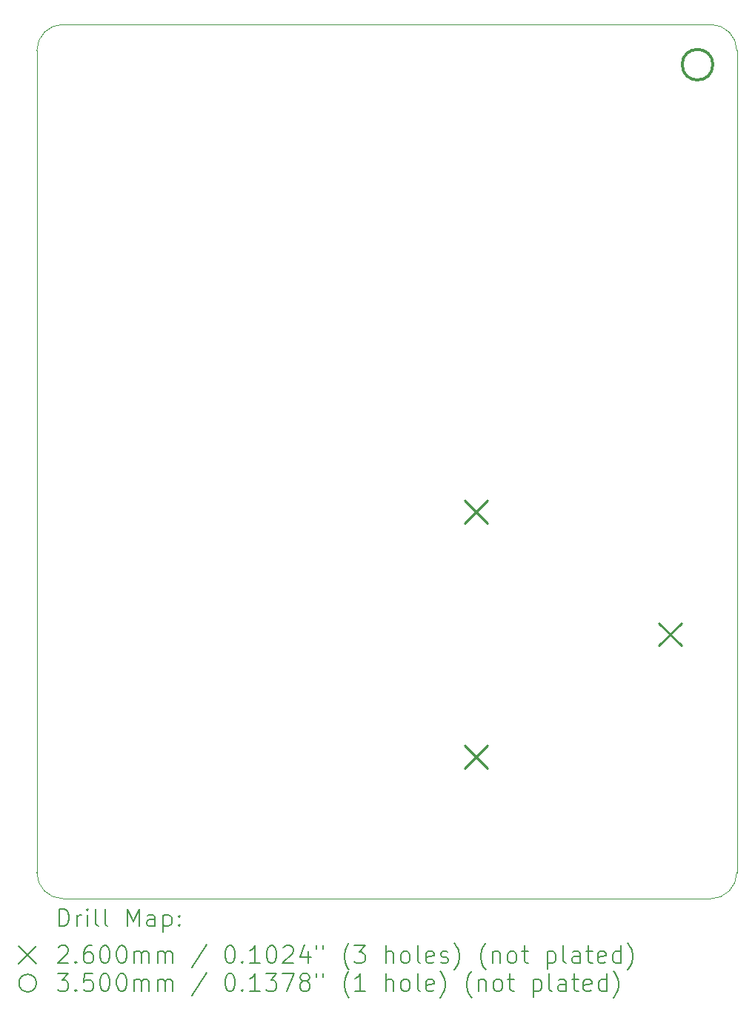
<source format=gbr>
%TF.GenerationSoftware,KiCad,Pcbnew,7.0.6*%
%TF.CreationDate,2023-07-29T04:39:19-03:00*%
%TF.ProjectId,OpenLabGeniosNano_V1,4f70656e-4c61-4624-9765-6e696f734e61,V1.0*%
%TF.SameCoordinates,Original*%
%TF.FileFunction,Drillmap*%
%TF.FilePolarity,Positive*%
%FSLAX45Y45*%
G04 Gerber Fmt 4.5, Leading zero omitted, Abs format (unit mm)*
G04 Created by KiCad (PCBNEW 7.0.6) date 2023-07-29 04:39:19*
%MOMM*%
%LPD*%
G01*
G04 APERTURE LIST*
%ADD10C,0.100000*%
%ADD11C,0.200000*%
%ADD12C,0.260000*%
%ADD13C,0.350000*%
G04 APERTURE END LIST*
D10*
X15086000Y-2934000D02*
G75*
G03*
X14786000Y-2634000I-300000J0D01*
G01*
X14786000Y-2634000D02*
X7386000Y-2634000D01*
X14786000Y-12634000D02*
G75*
G03*
X15086000Y-12334000I0J300000D01*
G01*
X7086000Y-2934000D02*
X7086000Y-12334000D01*
X7386000Y-2634000D02*
G75*
G03*
X7086000Y-2934000I0J-300000D01*
G01*
X15086000Y-12334000D02*
X15086000Y-2934000D01*
X7386000Y-12634000D02*
X14786000Y-12634000D01*
X7086000Y-12334000D02*
G75*
G03*
X7386000Y-12634000I300000J0D01*
G01*
D11*
D12*
X11975000Y-8080000D02*
X12235000Y-8340000D01*
X12235000Y-8080000D02*
X11975000Y-8340000D01*
X11975000Y-10880000D02*
X12235000Y-11140000D01*
X12235000Y-10880000D02*
X11975000Y-11140000D01*
X14195000Y-9480000D02*
X14455000Y-9740000D01*
X14455000Y-9480000D02*
X14195000Y-9740000D01*
D13*
X14811000Y-3094000D02*
G75*
G03*
X14811000Y-3094000I-175000J0D01*
G01*
D11*
X7341777Y-12950484D02*
X7341777Y-12750484D01*
X7341777Y-12750484D02*
X7389396Y-12750484D01*
X7389396Y-12750484D02*
X7417967Y-12760008D01*
X7417967Y-12760008D02*
X7437015Y-12779055D01*
X7437015Y-12779055D02*
X7446539Y-12798103D01*
X7446539Y-12798103D02*
X7456062Y-12836198D01*
X7456062Y-12836198D02*
X7456062Y-12864769D01*
X7456062Y-12864769D02*
X7446539Y-12902865D01*
X7446539Y-12902865D02*
X7437015Y-12921912D01*
X7437015Y-12921912D02*
X7417967Y-12940960D01*
X7417967Y-12940960D02*
X7389396Y-12950484D01*
X7389396Y-12950484D02*
X7341777Y-12950484D01*
X7541777Y-12950484D02*
X7541777Y-12817150D01*
X7541777Y-12855246D02*
X7551301Y-12836198D01*
X7551301Y-12836198D02*
X7560824Y-12826674D01*
X7560824Y-12826674D02*
X7579872Y-12817150D01*
X7579872Y-12817150D02*
X7598920Y-12817150D01*
X7665586Y-12950484D02*
X7665586Y-12817150D01*
X7665586Y-12750484D02*
X7656062Y-12760008D01*
X7656062Y-12760008D02*
X7665586Y-12769531D01*
X7665586Y-12769531D02*
X7675110Y-12760008D01*
X7675110Y-12760008D02*
X7665586Y-12750484D01*
X7665586Y-12750484D02*
X7665586Y-12769531D01*
X7789396Y-12950484D02*
X7770348Y-12940960D01*
X7770348Y-12940960D02*
X7760824Y-12921912D01*
X7760824Y-12921912D02*
X7760824Y-12750484D01*
X7894158Y-12950484D02*
X7875110Y-12940960D01*
X7875110Y-12940960D02*
X7865586Y-12921912D01*
X7865586Y-12921912D02*
X7865586Y-12750484D01*
X8122729Y-12950484D02*
X8122729Y-12750484D01*
X8122729Y-12750484D02*
X8189396Y-12893341D01*
X8189396Y-12893341D02*
X8256062Y-12750484D01*
X8256062Y-12750484D02*
X8256062Y-12950484D01*
X8437015Y-12950484D02*
X8437015Y-12845722D01*
X8437015Y-12845722D02*
X8427491Y-12826674D01*
X8427491Y-12826674D02*
X8408444Y-12817150D01*
X8408444Y-12817150D02*
X8370348Y-12817150D01*
X8370348Y-12817150D02*
X8351301Y-12826674D01*
X8437015Y-12940960D02*
X8417967Y-12950484D01*
X8417967Y-12950484D02*
X8370348Y-12950484D01*
X8370348Y-12950484D02*
X8351301Y-12940960D01*
X8351301Y-12940960D02*
X8341777Y-12921912D01*
X8341777Y-12921912D02*
X8341777Y-12902865D01*
X8341777Y-12902865D02*
X8351301Y-12883817D01*
X8351301Y-12883817D02*
X8370348Y-12874293D01*
X8370348Y-12874293D02*
X8417967Y-12874293D01*
X8417967Y-12874293D02*
X8437015Y-12864769D01*
X8532253Y-12817150D02*
X8532253Y-13017150D01*
X8532253Y-12826674D02*
X8551301Y-12817150D01*
X8551301Y-12817150D02*
X8589396Y-12817150D01*
X8589396Y-12817150D02*
X8608444Y-12826674D01*
X8608444Y-12826674D02*
X8617967Y-12836198D01*
X8617967Y-12836198D02*
X8627491Y-12855246D01*
X8627491Y-12855246D02*
X8627491Y-12912388D01*
X8627491Y-12912388D02*
X8617967Y-12931436D01*
X8617967Y-12931436D02*
X8608444Y-12940960D01*
X8608444Y-12940960D02*
X8589396Y-12950484D01*
X8589396Y-12950484D02*
X8551301Y-12950484D01*
X8551301Y-12950484D02*
X8532253Y-12940960D01*
X8713205Y-12931436D02*
X8722729Y-12940960D01*
X8722729Y-12940960D02*
X8713205Y-12950484D01*
X8713205Y-12950484D02*
X8703682Y-12940960D01*
X8703682Y-12940960D02*
X8713205Y-12931436D01*
X8713205Y-12931436D02*
X8713205Y-12950484D01*
X8713205Y-12826674D02*
X8722729Y-12836198D01*
X8722729Y-12836198D02*
X8713205Y-12845722D01*
X8713205Y-12845722D02*
X8703682Y-12836198D01*
X8703682Y-12836198D02*
X8713205Y-12826674D01*
X8713205Y-12826674D02*
X8713205Y-12845722D01*
X6881000Y-13179000D02*
X7081000Y-13379000D01*
X7081000Y-13179000D02*
X6881000Y-13379000D01*
X7332253Y-13189531D02*
X7341777Y-13180008D01*
X7341777Y-13180008D02*
X7360824Y-13170484D01*
X7360824Y-13170484D02*
X7408443Y-13170484D01*
X7408443Y-13170484D02*
X7427491Y-13180008D01*
X7427491Y-13180008D02*
X7437015Y-13189531D01*
X7437015Y-13189531D02*
X7446539Y-13208579D01*
X7446539Y-13208579D02*
X7446539Y-13227627D01*
X7446539Y-13227627D02*
X7437015Y-13256198D01*
X7437015Y-13256198D02*
X7322729Y-13370484D01*
X7322729Y-13370484D02*
X7446539Y-13370484D01*
X7532253Y-13351436D02*
X7541777Y-13360960D01*
X7541777Y-13360960D02*
X7532253Y-13370484D01*
X7532253Y-13370484D02*
X7522729Y-13360960D01*
X7522729Y-13360960D02*
X7532253Y-13351436D01*
X7532253Y-13351436D02*
X7532253Y-13370484D01*
X7713205Y-13170484D02*
X7675110Y-13170484D01*
X7675110Y-13170484D02*
X7656062Y-13180008D01*
X7656062Y-13180008D02*
X7646539Y-13189531D01*
X7646539Y-13189531D02*
X7627491Y-13218103D01*
X7627491Y-13218103D02*
X7617967Y-13256198D01*
X7617967Y-13256198D02*
X7617967Y-13332388D01*
X7617967Y-13332388D02*
X7627491Y-13351436D01*
X7627491Y-13351436D02*
X7637015Y-13360960D01*
X7637015Y-13360960D02*
X7656062Y-13370484D01*
X7656062Y-13370484D02*
X7694158Y-13370484D01*
X7694158Y-13370484D02*
X7713205Y-13360960D01*
X7713205Y-13360960D02*
X7722729Y-13351436D01*
X7722729Y-13351436D02*
X7732253Y-13332388D01*
X7732253Y-13332388D02*
X7732253Y-13284769D01*
X7732253Y-13284769D02*
X7722729Y-13265722D01*
X7722729Y-13265722D02*
X7713205Y-13256198D01*
X7713205Y-13256198D02*
X7694158Y-13246674D01*
X7694158Y-13246674D02*
X7656062Y-13246674D01*
X7656062Y-13246674D02*
X7637015Y-13256198D01*
X7637015Y-13256198D02*
X7627491Y-13265722D01*
X7627491Y-13265722D02*
X7617967Y-13284769D01*
X7856062Y-13170484D02*
X7875110Y-13170484D01*
X7875110Y-13170484D02*
X7894158Y-13180008D01*
X7894158Y-13180008D02*
X7903682Y-13189531D01*
X7903682Y-13189531D02*
X7913205Y-13208579D01*
X7913205Y-13208579D02*
X7922729Y-13246674D01*
X7922729Y-13246674D02*
X7922729Y-13294293D01*
X7922729Y-13294293D02*
X7913205Y-13332388D01*
X7913205Y-13332388D02*
X7903682Y-13351436D01*
X7903682Y-13351436D02*
X7894158Y-13360960D01*
X7894158Y-13360960D02*
X7875110Y-13370484D01*
X7875110Y-13370484D02*
X7856062Y-13370484D01*
X7856062Y-13370484D02*
X7837015Y-13360960D01*
X7837015Y-13360960D02*
X7827491Y-13351436D01*
X7827491Y-13351436D02*
X7817967Y-13332388D01*
X7817967Y-13332388D02*
X7808443Y-13294293D01*
X7808443Y-13294293D02*
X7808443Y-13246674D01*
X7808443Y-13246674D02*
X7817967Y-13208579D01*
X7817967Y-13208579D02*
X7827491Y-13189531D01*
X7827491Y-13189531D02*
X7837015Y-13180008D01*
X7837015Y-13180008D02*
X7856062Y-13170484D01*
X8046539Y-13170484D02*
X8065586Y-13170484D01*
X8065586Y-13170484D02*
X8084634Y-13180008D01*
X8084634Y-13180008D02*
X8094158Y-13189531D01*
X8094158Y-13189531D02*
X8103682Y-13208579D01*
X8103682Y-13208579D02*
X8113205Y-13246674D01*
X8113205Y-13246674D02*
X8113205Y-13294293D01*
X8113205Y-13294293D02*
X8103682Y-13332388D01*
X8103682Y-13332388D02*
X8094158Y-13351436D01*
X8094158Y-13351436D02*
X8084634Y-13360960D01*
X8084634Y-13360960D02*
X8065586Y-13370484D01*
X8065586Y-13370484D02*
X8046539Y-13370484D01*
X8046539Y-13370484D02*
X8027491Y-13360960D01*
X8027491Y-13360960D02*
X8017967Y-13351436D01*
X8017967Y-13351436D02*
X8008443Y-13332388D01*
X8008443Y-13332388D02*
X7998920Y-13294293D01*
X7998920Y-13294293D02*
X7998920Y-13246674D01*
X7998920Y-13246674D02*
X8008443Y-13208579D01*
X8008443Y-13208579D02*
X8017967Y-13189531D01*
X8017967Y-13189531D02*
X8027491Y-13180008D01*
X8027491Y-13180008D02*
X8046539Y-13170484D01*
X8198920Y-13370484D02*
X8198920Y-13237150D01*
X8198920Y-13256198D02*
X8208443Y-13246674D01*
X8208443Y-13246674D02*
X8227491Y-13237150D01*
X8227491Y-13237150D02*
X8256063Y-13237150D01*
X8256063Y-13237150D02*
X8275110Y-13246674D01*
X8275110Y-13246674D02*
X8284634Y-13265722D01*
X8284634Y-13265722D02*
X8284634Y-13370484D01*
X8284634Y-13265722D02*
X8294158Y-13246674D01*
X8294158Y-13246674D02*
X8313205Y-13237150D01*
X8313205Y-13237150D02*
X8341777Y-13237150D01*
X8341777Y-13237150D02*
X8360824Y-13246674D01*
X8360824Y-13246674D02*
X8370348Y-13265722D01*
X8370348Y-13265722D02*
X8370348Y-13370484D01*
X8465586Y-13370484D02*
X8465586Y-13237150D01*
X8465586Y-13256198D02*
X8475110Y-13246674D01*
X8475110Y-13246674D02*
X8494158Y-13237150D01*
X8494158Y-13237150D02*
X8522729Y-13237150D01*
X8522729Y-13237150D02*
X8541777Y-13246674D01*
X8541777Y-13246674D02*
X8551301Y-13265722D01*
X8551301Y-13265722D02*
X8551301Y-13370484D01*
X8551301Y-13265722D02*
X8560825Y-13246674D01*
X8560825Y-13246674D02*
X8579872Y-13237150D01*
X8579872Y-13237150D02*
X8608444Y-13237150D01*
X8608444Y-13237150D02*
X8627491Y-13246674D01*
X8627491Y-13246674D02*
X8637015Y-13265722D01*
X8637015Y-13265722D02*
X8637015Y-13370484D01*
X9027491Y-13160960D02*
X8856063Y-13418103D01*
X9284634Y-13170484D02*
X9303682Y-13170484D01*
X9303682Y-13170484D02*
X9322729Y-13180008D01*
X9322729Y-13180008D02*
X9332253Y-13189531D01*
X9332253Y-13189531D02*
X9341777Y-13208579D01*
X9341777Y-13208579D02*
X9351301Y-13246674D01*
X9351301Y-13246674D02*
X9351301Y-13294293D01*
X9351301Y-13294293D02*
X9341777Y-13332388D01*
X9341777Y-13332388D02*
X9332253Y-13351436D01*
X9332253Y-13351436D02*
X9322729Y-13360960D01*
X9322729Y-13360960D02*
X9303682Y-13370484D01*
X9303682Y-13370484D02*
X9284634Y-13370484D01*
X9284634Y-13370484D02*
X9265587Y-13360960D01*
X9265587Y-13360960D02*
X9256063Y-13351436D01*
X9256063Y-13351436D02*
X9246539Y-13332388D01*
X9246539Y-13332388D02*
X9237015Y-13294293D01*
X9237015Y-13294293D02*
X9237015Y-13246674D01*
X9237015Y-13246674D02*
X9246539Y-13208579D01*
X9246539Y-13208579D02*
X9256063Y-13189531D01*
X9256063Y-13189531D02*
X9265587Y-13180008D01*
X9265587Y-13180008D02*
X9284634Y-13170484D01*
X9437015Y-13351436D02*
X9446539Y-13360960D01*
X9446539Y-13360960D02*
X9437015Y-13370484D01*
X9437015Y-13370484D02*
X9427491Y-13360960D01*
X9427491Y-13360960D02*
X9437015Y-13351436D01*
X9437015Y-13351436D02*
X9437015Y-13370484D01*
X9637015Y-13370484D02*
X9522729Y-13370484D01*
X9579872Y-13370484D02*
X9579872Y-13170484D01*
X9579872Y-13170484D02*
X9560825Y-13199055D01*
X9560825Y-13199055D02*
X9541777Y-13218103D01*
X9541777Y-13218103D02*
X9522729Y-13227627D01*
X9760825Y-13170484D02*
X9779872Y-13170484D01*
X9779872Y-13170484D02*
X9798920Y-13180008D01*
X9798920Y-13180008D02*
X9808444Y-13189531D01*
X9808444Y-13189531D02*
X9817968Y-13208579D01*
X9817968Y-13208579D02*
X9827491Y-13246674D01*
X9827491Y-13246674D02*
X9827491Y-13294293D01*
X9827491Y-13294293D02*
X9817968Y-13332388D01*
X9817968Y-13332388D02*
X9808444Y-13351436D01*
X9808444Y-13351436D02*
X9798920Y-13360960D01*
X9798920Y-13360960D02*
X9779872Y-13370484D01*
X9779872Y-13370484D02*
X9760825Y-13370484D01*
X9760825Y-13370484D02*
X9741777Y-13360960D01*
X9741777Y-13360960D02*
X9732253Y-13351436D01*
X9732253Y-13351436D02*
X9722729Y-13332388D01*
X9722729Y-13332388D02*
X9713206Y-13294293D01*
X9713206Y-13294293D02*
X9713206Y-13246674D01*
X9713206Y-13246674D02*
X9722729Y-13208579D01*
X9722729Y-13208579D02*
X9732253Y-13189531D01*
X9732253Y-13189531D02*
X9741777Y-13180008D01*
X9741777Y-13180008D02*
X9760825Y-13170484D01*
X9903682Y-13189531D02*
X9913206Y-13180008D01*
X9913206Y-13180008D02*
X9932253Y-13170484D01*
X9932253Y-13170484D02*
X9979872Y-13170484D01*
X9979872Y-13170484D02*
X9998920Y-13180008D01*
X9998920Y-13180008D02*
X10008444Y-13189531D01*
X10008444Y-13189531D02*
X10017968Y-13208579D01*
X10017968Y-13208579D02*
X10017968Y-13227627D01*
X10017968Y-13227627D02*
X10008444Y-13256198D01*
X10008444Y-13256198D02*
X9894158Y-13370484D01*
X9894158Y-13370484D02*
X10017968Y-13370484D01*
X10189396Y-13237150D02*
X10189396Y-13370484D01*
X10141777Y-13160960D02*
X10094158Y-13303817D01*
X10094158Y-13303817D02*
X10217968Y-13303817D01*
X10284634Y-13170484D02*
X10284634Y-13208579D01*
X10360825Y-13170484D02*
X10360825Y-13208579D01*
X10656063Y-13446674D02*
X10646539Y-13437150D01*
X10646539Y-13437150D02*
X10627491Y-13408579D01*
X10627491Y-13408579D02*
X10617968Y-13389531D01*
X10617968Y-13389531D02*
X10608444Y-13360960D01*
X10608444Y-13360960D02*
X10598920Y-13313341D01*
X10598920Y-13313341D02*
X10598920Y-13275246D01*
X10598920Y-13275246D02*
X10608444Y-13227627D01*
X10608444Y-13227627D02*
X10617968Y-13199055D01*
X10617968Y-13199055D02*
X10627491Y-13180008D01*
X10627491Y-13180008D02*
X10646539Y-13151436D01*
X10646539Y-13151436D02*
X10656063Y-13141912D01*
X10713206Y-13170484D02*
X10837015Y-13170484D01*
X10837015Y-13170484D02*
X10770349Y-13246674D01*
X10770349Y-13246674D02*
X10798920Y-13246674D01*
X10798920Y-13246674D02*
X10817968Y-13256198D01*
X10817968Y-13256198D02*
X10827491Y-13265722D01*
X10827491Y-13265722D02*
X10837015Y-13284769D01*
X10837015Y-13284769D02*
X10837015Y-13332388D01*
X10837015Y-13332388D02*
X10827491Y-13351436D01*
X10827491Y-13351436D02*
X10817968Y-13360960D01*
X10817968Y-13360960D02*
X10798920Y-13370484D01*
X10798920Y-13370484D02*
X10741777Y-13370484D01*
X10741777Y-13370484D02*
X10722730Y-13360960D01*
X10722730Y-13360960D02*
X10713206Y-13351436D01*
X11075111Y-13370484D02*
X11075111Y-13170484D01*
X11160825Y-13370484D02*
X11160825Y-13265722D01*
X11160825Y-13265722D02*
X11151301Y-13246674D01*
X11151301Y-13246674D02*
X11132253Y-13237150D01*
X11132253Y-13237150D02*
X11103682Y-13237150D01*
X11103682Y-13237150D02*
X11084634Y-13246674D01*
X11084634Y-13246674D02*
X11075111Y-13256198D01*
X11284634Y-13370484D02*
X11265587Y-13360960D01*
X11265587Y-13360960D02*
X11256063Y-13351436D01*
X11256063Y-13351436D02*
X11246539Y-13332388D01*
X11246539Y-13332388D02*
X11246539Y-13275246D01*
X11246539Y-13275246D02*
X11256063Y-13256198D01*
X11256063Y-13256198D02*
X11265587Y-13246674D01*
X11265587Y-13246674D02*
X11284634Y-13237150D01*
X11284634Y-13237150D02*
X11313206Y-13237150D01*
X11313206Y-13237150D02*
X11332253Y-13246674D01*
X11332253Y-13246674D02*
X11341777Y-13256198D01*
X11341777Y-13256198D02*
X11351301Y-13275246D01*
X11351301Y-13275246D02*
X11351301Y-13332388D01*
X11351301Y-13332388D02*
X11341777Y-13351436D01*
X11341777Y-13351436D02*
X11332253Y-13360960D01*
X11332253Y-13360960D02*
X11313206Y-13370484D01*
X11313206Y-13370484D02*
X11284634Y-13370484D01*
X11465587Y-13370484D02*
X11446539Y-13360960D01*
X11446539Y-13360960D02*
X11437015Y-13341912D01*
X11437015Y-13341912D02*
X11437015Y-13170484D01*
X11617968Y-13360960D02*
X11598920Y-13370484D01*
X11598920Y-13370484D02*
X11560825Y-13370484D01*
X11560825Y-13370484D02*
X11541777Y-13360960D01*
X11541777Y-13360960D02*
X11532253Y-13341912D01*
X11532253Y-13341912D02*
X11532253Y-13265722D01*
X11532253Y-13265722D02*
X11541777Y-13246674D01*
X11541777Y-13246674D02*
X11560825Y-13237150D01*
X11560825Y-13237150D02*
X11598920Y-13237150D01*
X11598920Y-13237150D02*
X11617968Y-13246674D01*
X11617968Y-13246674D02*
X11627491Y-13265722D01*
X11627491Y-13265722D02*
X11627491Y-13284769D01*
X11627491Y-13284769D02*
X11532253Y-13303817D01*
X11703682Y-13360960D02*
X11722730Y-13370484D01*
X11722730Y-13370484D02*
X11760825Y-13370484D01*
X11760825Y-13370484D02*
X11779872Y-13360960D01*
X11779872Y-13360960D02*
X11789396Y-13341912D01*
X11789396Y-13341912D02*
X11789396Y-13332388D01*
X11789396Y-13332388D02*
X11779872Y-13313341D01*
X11779872Y-13313341D02*
X11760825Y-13303817D01*
X11760825Y-13303817D02*
X11732253Y-13303817D01*
X11732253Y-13303817D02*
X11713206Y-13294293D01*
X11713206Y-13294293D02*
X11703682Y-13275246D01*
X11703682Y-13275246D02*
X11703682Y-13265722D01*
X11703682Y-13265722D02*
X11713206Y-13246674D01*
X11713206Y-13246674D02*
X11732253Y-13237150D01*
X11732253Y-13237150D02*
X11760825Y-13237150D01*
X11760825Y-13237150D02*
X11779872Y-13246674D01*
X11856063Y-13446674D02*
X11865587Y-13437150D01*
X11865587Y-13437150D02*
X11884634Y-13408579D01*
X11884634Y-13408579D02*
X11894158Y-13389531D01*
X11894158Y-13389531D02*
X11903682Y-13360960D01*
X11903682Y-13360960D02*
X11913206Y-13313341D01*
X11913206Y-13313341D02*
X11913206Y-13275246D01*
X11913206Y-13275246D02*
X11903682Y-13227627D01*
X11903682Y-13227627D02*
X11894158Y-13199055D01*
X11894158Y-13199055D02*
X11884634Y-13180008D01*
X11884634Y-13180008D02*
X11865587Y-13151436D01*
X11865587Y-13151436D02*
X11856063Y-13141912D01*
X12217968Y-13446674D02*
X12208444Y-13437150D01*
X12208444Y-13437150D02*
X12189396Y-13408579D01*
X12189396Y-13408579D02*
X12179872Y-13389531D01*
X12179872Y-13389531D02*
X12170349Y-13360960D01*
X12170349Y-13360960D02*
X12160825Y-13313341D01*
X12160825Y-13313341D02*
X12160825Y-13275246D01*
X12160825Y-13275246D02*
X12170349Y-13227627D01*
X12170349Y-13227627D02*
X12179872Y-13199055D01*
X12179872Y-13199055D02*
X12189396Y-13180008D01*
X12189396Y-13180008D02*
X12208444Y-13151436D01*
X12208444Y-13151436D02*
X12217968Y-13141912D01*
X12294158Y-13237150D02*
X12294158Y-13370484D01*
X12294158Y-13256198D02*
X12303682Y-13246674D01*
X12303682Y-13246674D02*
X12322730Y-13237150D01*
X12322730Y-13237150D02*
X12351301Y-13237150D01*
X12351301Y-13237150D02*
X12370349Y-13246674D01*
X12370349Y-13246674D02*
X12379872Y-13265722D01*
X12379872Y-13265722D02*
X12379872Y-13370484D01*
X12503682Y-13370484D02*
X12484634Y-13360960D01*
X12484634Y-13360960D02*
X12475111Y-13351436D01*
X12475111Y-13351436D02*
X12465587Y-13332388D01*
X12465587Y-13332388D02*
X12465587Y-13275246D01*
X12465587Y-13275246D02*
X12475111Y-13256198D01*
X12475111Y-13256198D02*
X12484634Y-13246674D01*
X12484634Y-13246674D02*
X12503682Y-13237150D01*
X12503682Y-13237150D02*
X12532253Y-13237150D01*
X12532253Y-13237150D02*
X12551301Y-13246674D01*
X12551301Y-13246674D02*
X12560825Y-13256198D01*
X12560825Y-13256198D02*
X12570349Y-13275246D01*
X12570349Y-13275246D02*
X12570349Y-13332388D01*
X12570349Y-13332388D02*
X12560825Y-13351436D01*
X12560825Y-13351436D02*
X12551301Y-13360960D01*
X12551301Y-13360960D02*
X12532253Y-13370484D01*
X12532253Y-13370484D02*
X12503682Y-13370484D01*
X12627492Y-13237150D02*
X12703682Y-13237150D01*
X12656063Y-13170484D02*
X12656063Y-13341912D01*
X12656063Y-13341912D02*
X12665587Y-13360960D01*
X12665587Y-13360960D02*
X12684634Y-13370484D01*
X12684634Y-13370484D02*
X12703682Y-13370484D01*
X12922730Y-13237150D02*
X12922730Y-13437150D01*
X12922730Y-13246674D02*
X12941777Y-13237150D01*
X12941777Y-13237150D02*
X12979873Y-13237150D01*
X12979873Y-13237150D02*
X12998920Y-13246674D01*
X12998920Y-13246674D02*
X13008444Y-13256198D01*
X13008444Y-13256198D02*
X13017968Y-13275246D01*
X13017968Y-13275246D02*
X13017968Y-13332388D01*
X13017968Y-13332388D02*
X13008444Y-13351436D01*
X13008444Y-13351436D02*
X12998920Y-13360960D01*
X12998920Y-13360960D02*
X12979873Y-13370484D01*
X12979873Y-13370484D02*
X12941777Y-13370484D01*
X12941777Y-13370484D02*
X12922730Y-13360960D01*
X13132253Y-13370484D02*
X13113206Y-13360960D01*
X13113206Y-13360960D02*
X13103682Y-13341912D01*
X13103682Y-13341912D02*
X13103682Y-13170484D01*
X13294158Y-13370484D02*
X13294158Y-13265722D01*
X13294158Y-13265722D02*
X13284634Y-13246674D01*
X13284634Y-13246674D02*
X13265587Y-13237150D01*
X13265587Y-13237150D02*
X13227492Y-13237150D01*
X13227492Y-13237150D02*
X13208444Y-13246674D01*
X13294158Y-13360960D02*
X13275111Y-13370484D01*
X13275111Y-13370484D02*
X13227492Y-13370484D01*
X13227492Y-13370484D02*
X13208444Y-13360960D01*
X13208444Y-13360960D02*
X13198920Y-13341912D01*
X13198920Y-13341912D02*
X13198920Y-13322865D01*
X13198920Y-13322865D02*
X13208444Y-13303817D01*
X13208444Y-13303817D02*
X13227492Y-13294293D01*
X13227492Y-13294293D02*
X13275111Y-13294293D01*
X13275111Y-13294293D02*
X13294158Y-13284769D01*
X13360825Y-13237150D02*
X13437015Y-13237150D01*
X13389396Y-13170484D02*
X13389396Y-13341912D01*
X13389396Y-13341912D02*
X13398920Y-13360960D01*
X13398920Y-13360960D02*
X13417968Y-13370484D01*
X13417968Y-13370484D02*
X13437015Y-13370484D01*
X13579873Y-13360960D02*
X13560825Y-13370484D01*
X13560825Y-13370484D02*
X13522730Y-13370484D01*
X13522730Y-13370484D02*
X13503682Y-13360960D01*
X13503682Y-13360960D02*
X13494158Y-13341912D01*
X13494158Y-13341912D02*
X13494158Y-13265722D01*
X13494158Y-13265722D02*
X13503682Y-13246674D01*
X13503682Y-13246674D02*
X13522730Y-13237150D01*
X13522730Y-13237150D02*
X13560825Y-13237150D01*
X13560825Y-13237150D02*
X13579873Y-13246674D01*
X13579873Y-13246674D02*
X13589396Y-13265722D01*
X13589396Y-13265722D02*
X13589396Y-13284769D01*
X13589396Y-13284769D02*
X13494158Y-13303817D01*
X13760825Y-13370484D02*
X13760825Y-13170484D01*
X13760825Y-13360960D02*
X13741777Y-13370484D01*
X13741777Y-13370484D02*
X13703682Y-13370484D01*
X13703682Y-13370484D02*
X13684634Y-13360960D01*
X13684634Y-13360960D02*
X13675111Y-13351436D01*
X13675111Y-13351436D02*
X13665587Y-13332388D01*
X13665587Y-13332388D02*
X13665587Y-13275246D01*
X13665587Y-13275246D02*
X13675111Y-13256198D01*
X13675111Y-13256198D02*
X13684634Y-13246674D01*
X13684634Y-13246674D02*
X13703682Y-13237150D01*
X13703682Y-13237150D02*
X13741777Y-13237150D01*
X13741777Y-13237150D02*
X13760825Y-13246674D01*
X13837015Y-13446674D02*
X13846539Y-13437150D01*
X13846539Y-13437150D02*
X13865587Y-13408579D01*
X13865587Y-13408579D02*
X13875111Y-13389531D01*
X13875111Y-13389531D02*
X13884634Y-13360960D01*
X13884634Y-13360960D02*
X13894158Y-13313341D01*
X13894158Y-13313341D02*
X13894158Y-13275246D01*
X13894158Y-13275246D02*
X13884634Y-13227627D01*
X13884634Y-13227627D02*
X13875111Y-13199055D01*
X13875111Y-13199055D02*
X13865587Y-13180008D01*
X13865587Y-13180008D02*
X13846539Y-13151436D01*
X13846539Y-13151436D02*
X13837015Y-13141912D01*
X7081000Y-13599000D02*
G75*
G03*
X7081000Y-13599000I-100000J0D01*
G01*
X7322729Y-13490484D02*
X7446539Y-13490484D01*
X7446539Y-13490484D02*
X7379872Y-13566674D01*
X7379872Y-13566674D02*
X7408443Y-13566674D01*
X7408443Y-13566674D02*
X7427491Y-13576198D01*
X7427491Y-13576198D02*
X7437015Y-13585722D01*
X7437015Y-13585722D02*
X7446539Y-13604769D01*
X7446539Y-13604769D02*
X7446539Y-13652388D01*
X7446539Y-13652388D02*
X7437015Y-13671436D01*
X7437015Y-13671436D02*
X7427491Y-13680960D01*
X7427491Y-13680960D02*
X7408443Y-13690484D01*
X7408443Y-13690484D02*
X7351301Y-13690484D01*
X7351301Y-13690484D02*
X7332253Y-13680960D01*
X7332253Y-13680960D02*
X7322729Y-13671436D01*
X7532253Y-13671436D02*
X7541777Y-13680960D01*
X7541777Y-13680960D02*
X7532253Y-13690484D01*
X7532253Y-13690484D02*
X7522729Y-13680960D01*
X7522729Y-13680960D02*
X7532253Y-13671436D01*
X7532253Y-13671436D02*
X7532253Y-13690484D01*
X7722729Y-13490484D02*
X7627491Y-13490484D01*
X7627491Y-13490484D02*
X7617967Y-13585722D01*
X7617967Y-13585722D02*
X7627491Y-13576198D01*
X7627491Y-13576198D02*
X7646539Y-13566674D01*
X7646539Y-13566674D02*
X7694158Y-13566674D01*
X7694158Y-13566674D02*
X7713205Y-13576198D01*
X7713205Y-13576198D02*
X7722729Y-13585722D01*
X7722729Y-13585722D02*
X7732253Y-13604769D01*
X7732253Y-13604769D02*
X7732253Y-13652388D01*
X7732253Y-13652388D02*
X7722729Y-13671436D01*
X7722729Y-13671436D02*
X7713205Y-13680960D01*
X7713205Y-13680960D02*
X7694158Y-13690484D01*
X7694158Y-13690484D02*
X7646539Y-13690484D01*
X7646539Y-13690484D02*
X7627491Y-13680960D01*
X7627491Y-13680960D02*
X7617967Y-13671436D01*
X7856062Y-13490484D02*
X7875110Y-13490484D01*
X7875110Y-13490484D02*
X7894158Y-13500008D01*
X7894158Y-13500008D02*
X7903682Y-13509531D01*
X7903682Y-13509531D02*
X7913205Y-13528579D01*
X7913205Y-13528579D02*
X7922729Y-13566674D01*
X7922729Y-13566674D02*
X7922729Y-13614293D01*
X7922729Y-13614293D02*
X7913205Y-13652388D01*
X7913205Y-13652388D02*
X7903682Y-13671436D01*
X7903682Y-13671436D02*
X7894158Y-13680960D01*
X7894158Y-13680960D02*
X7875110Y-13690484D01*
X7875110Y-13690484D02*
X7856062Y-13690484D01*
X7856062Y-13690484D02*
X7837015Y-13680960D01*
X7837015Y-13680960D02*
X7827491Y-13671436D01*
X7827491Y-13671436D02*
X7817967Y-13652388D01*
X7817967Y-13652388D02*
X7808443Y-13614293D01*
X7808443Y-13614293D02*
X7808443Y-13566674D01*
X7808443Y-13566674D02*
X7817967Y-13528579D01*
X7817967Y-13528579D02*
X7827491Y-13509531D01*
X7827491Y-13509531D02*
X7837015Y-13500008D01*
X7837015Y-13500008D02*
X7856062Y-13490484D01*
X8046539Y-13490484D02*
X8065586Y-13490484D01*
X8065586Y-13490484D02*
X8084634Y-13500008D01*
X8084634Y-13500008D02*
X8094158Y-13509531D01*
X8094158Y-13509531D02*
X8103682Y-13528579D01*
X8103682Y-13528579D02*
X8113205Y-13566674D01*
X8113205Y-13566674D02*
X8113205Y-13614293D01*
X8113205Y-13614293D02*
X8103682Y-13652388D01*
X8103682Y-13652388D02*
X8094158Y-13671436D01*
X8094158Y-13671436D02*
X8084634Y-13680960D01*
X8084634Y-13680960D02*
X8065586Y-13690484D01*
X8065586Y-13690484D02*
X8046539Y-13690484D01*
X8046539Y-13690484D02*
X8027491Y-13680960D01*
X8027491Y-13680960D02*
X8017967Y-13671436D01*
X8017967Y-13671436D02*
X8008443Y-13652388D01*
X8008443Y-13652388D02*
X7998920Y-13614293D01*
X7998920Y-13614293D02*
X7998920Y-13566674D01*
X7998920Y-13566674D02*
X8008443Y-13528579D01*
X8008443Y-13528579D02*
X8017967Y-13509531D01*
X8017967Y-13509531D02*
X8027491Y-13500008D01*
X8027491Y-13500008D02*
X8046539Y-13490484D01*
X8198920Y-13690484D02*
X8198920Y-13557150D01*
X8198920Y-13576198D02*
X8208443Y-13566674D01*
X8208443Y-13566674D02*
X8227491Y-13557150D01*
X8227491Y-13557150D02*
X8256063Y-13557150D01*
X8256063Y-13557150D02*
X8275110Y-13566674D01*
X8275110Y-13566674D02*
X8284634Y-13585722D01*
X8284634Y-13585722D02*
X8284634Y-13690484D01*
X8284634Y-13585722D02*
X8294158Y-13566674D01*
X8294158Y-13566674D02*
X8313205Y-13557150D01*
X8313205Y-13557150D02*
X8341777Y-13557150D01*
X8341777Y-13557150D02*
X8360824Y-13566674D01*
X8360824Y-13566674D02*
X8370348Y-13585722D01*
X8370348Y-13585722D02*
X8370348Y-13690484D01*
X8465586Y-13690484D02*
X8465586Y-13557150D01*
X8465586Y-13576198D02*
X8475110Y-13566674D01*
X8475110Y-13566674D02*
X8494158Y-13557150D01*
X8494158Y-13557150D02*
X8522729Y-13557150D01*
X8522729Y-13557150D02*
X8541777Y-13566674D01*
X8541777Y-13566674D02*
X8551301Y-13585722D01*
X8551301Y-13585722D02*
X8551301Y-13690484D01*
X8551301Y-13585722D02*
X8560825Y-13566674D01*
X8560825Y-13566674D02*
X8579872Y-13557150D01*
X8579872Y-13557150D02*
X8608444Y-13557150D01*
X8608444Y-13557150D02*
X8627491Y-13566674D01*
X8627491Y-13566674D02*
X8637015Y-13585722D01*
X8637015Y-13585722D02*
X8637015Y-13690484D01*
X9027491Y-13480960D02*
X8856063Y-13738103D01*
X9284634Y-13490484D02*
X9303682Y-13490484D01*
X9303682Y-13490484D02*
X9322729Y-13500008D01*
X9322729Y-13500008D02*
X9332253Y-13509531D01*
X9332253Y-13509531D02*
X9341777Y-13528579D01*
X9341777Y-13528579D02*
X9351301Y-13566674D01*
X9351301Y-13566674D02*
X9351301Y-13614293D01*
X9351301Y-13614293D02*
X9341777Y-13652388D01*
X9341777Y-13652388D02*
X9332253Y-13671436D01*
X9332253Y-13671436D02*
X9322729Y-13680960D01*
X9322729Y-13680960D02*
X9303682Y-13690484D01*
X9303682Y-13690484D02*
X9284634Y-13690484D01*
X9284634Y-13690484D02*
X9265587Y-13680960D01*
X9265587Y-13680960D02*
X9256063Y-13671436D01*
X9256063Y-13671436D02*
X9246539Y-13652388D01*
X9246539Y-13652388D02*
X9237015Y-13614293D01*
X9237015Y-13614293D02*
X9237015Y-13566674D01*
X9237015Y-13566674D02*
X9246539Y-13528579D01*
X9246539Y-13528579D02*
X9256063Y-13509531D01*
X9256063Y-13509531D02*
X9265587Y-13500008D01*
X9265587Y-13500008D02*
X9284634Y-13490484D01*
X9437015Y-13671436D02*
X9446539Y-13680960D01*
X9446539Y-13680960D02*
X9437015Y-13690484D01*
X9437015Y-13690484D02*
X9427491Y-13680960D01*
X9427491Y-13680960D02*
X9437015Y-13671436D01*
X9437015Y-13671436D02*
X9437015Y-13690484D01*
X9637015Y-13690484D02*
X9522729Y-13690484D01*
X9579872Y-13690484D02*
X9579872Y-13490484D01*
X9579872Y-13490484D02*
X9560825Y-13519055D01*
X9560825Y-13519055D02*
X9541777Y-13538103D01*
X9541777Y-13538103D02*
X9522729Y-13547627D01*
X9703682Y-13490484D02*
X9827491Y-13490484D01*
X9827491Y-13490484D02*
X9760825Y-13566674D01*
X9760825Y-13566674D02*
X9789396Y-13566674D01*
X9789396Y-13566674D02*
X9808444Y-13576198D01*
X9808444Y-13576198D02*
X9817968Y-13585722D01*
X9817968Y-13585722D02*
X9827491Y-13604769D01*
X9827491Y-13604769D02*
X9827491Y-13652388D01*
X9827491Y-13652388D02*
X9817968Y-13671436D01*
X9817968Y-13671436D02*
X9808444Y-13680960D01*
X9808444Y-13680960D02*
X9789396Y-13690484D01*
X9789396Y-13690484D02*
X9732253Y-13690484D01*
X9732253Y-13690484D02*
X9713206Y-13680960D01*
X9713206Y-13680960D02*
X9703682Y-13671436D01*
X9894158Y-13490484D02*
X10027491Y-13490484D01*
X10027491Y-13490484D02*
X9941777Y-13690484D01*
X10132253Y-13576198D02*
X10113206Y-13566674D01*
X10113206Y-13566674D02*
X10103682Y-13557150D01*
X10103682Y-13557150D02*
X10094158Y-13538103D01*
X10094158Y-13538103D02*
X10094158Y-13528579D01*
X10094158Y-13528579D02*
X10103682Y-13509531D01*
X10103682Y-13509531D02*
X10113206Y-13500008D01*
X10113206Y-13500008D02*
X10132253Y-13490484D01*
X10132253Y-13490484D02*
X10170349Y-13490484D01*
X10170349Y-13490484D02*
X10189396Y-13500008D01*
X10189396Y-13500008D02*
X10198920Y-13509531D01*
X10198920Y-13509531D02*
X10208444Y-13528579D01*
X10208444Y-13528579D02*
X10208444Y-13538103D01*
X10208444Y-13538103D02*
X10198920Y-13557150D01*
X10198920Y-13557150D02*
X10189396Y-13566674D01*
X10189396Y-13566674D02*
X10170349Y-13576198D01*
X10170349Y-13576198D02*
X10132253Y-13576198D01*
X10132253Y-13576198D02*
X10113206Y-13585722D01*
X10113206Y-13585722D02*
X10103682Y-13595246D01*
X10103682Y-13595246D02*
X10094158Y-13614293D01*
X10094158Y-13614293D02*
X10094158Y-13652388D01*
X10094158Y-13652388D02*
X10103682Y-13671436D01*
X10103682Y-13671436D02*
X10113206Y-13680960D01*
X10113206Y-13680960D02*
X10132253Y-13690484D01*
X10132253Y-13690484D02*
X10170349Y-13690484D01*
X10170349Y-13690484D02*
X10189396Y-13680960D01*
X10189396Y-13680960D02*
X10198920Y-13671436D01*
X10198920Y-13671436D02*
X10208444Y-13652388D01*
X10208444Y-13652388D02*
X10208444Y-13614293D01*
X10208444Y-13614293D02*
X10198920Y-13595246D01*
X10198920Y-13595246D02*
X10189396Y-13585722D01*
X10189396Y-13585722D02*
X10170349Y-13576198D01*
X10284634Y-13490484D02*
X10284634Y-13528579D01*
X10360825Y-13490484D02*
X10360825Y-13528579D01*
X10656063Y-13766674D02*
X10646539Y-13757150D01*
X10646539Y-13757150D02*
X10627491Y-13728579D01*
X10627491Y-13728579D02*
X10617968Y-13709531D01*
X10617968Y-13709531D02*
X10608444Y-13680960D01*
X10608444Y-13680960D02*
X10598920Y-13633341D01*
X10598920Y-13633341D02*
X10598920Y-13595246D01*
X10598920Y-13595246D02*
X10608444Y-13547627D01*
X10608444Y-13547627D02*
X10617968Y-13519055D01*
X10617968Y-13519055D02*
X10627491Y-13500008D01*
X10627491Y-13500008D02*
X10646539Y-13471436D01*
X10646539Y-13471436D02*
X10656063Y-13461912D01*
X10837015Y-13690484D02*
X10722730Y-13690484D01*
X10779872Y-13690484D02*
X10779872Y-13490484D01*
X10779872Y-13490484D02*
X10760825Y-13519055D01*
X10760825Y-13519055D02*
X10741777Y-13538103D01*
X10741777Y-13538103D02*
X10722730Y-13547627D01*
X11075111Y-13690484D02*
X11075111Y-13490484D01*
X11160825Y-13690484D02*
X11160825Y-13585722D01*
X11160825Y-13585722D02*
X11151301Y-13566674D01*
X11151301Y-13566674D02*
X11132253Y-13557150D01*
X11132253Y-13557150D02*
X11103682Y-13557150D01*
X11103682Y-13557150D02*
X11084634Y-13566674D01*
X11084634Y-13566674D02*
X11075111Y-13576198D01*
X11284634Y-13690484D02*
X11265587Y-13680960D01*
X11265587Y-13680960D02*
X11256063Y-13671436D01*
X11256063Y-13671436D02*
X11246539Y-13652388D01*
X11246539Y-13652388D02*
X11246539Y-13595246D01*
X11246539Y-13595246D02*
X11256063Y-13576198D01*
X11256063Y-13576198D02*
X11265587Y-13566674D01*
X11265587Y-13566674D02*
X11284634Y-13557150D01*
X11284634Y-13557150D02*
X11313206Y-13557150D01*
X11313206Y-13557150D02*
X11332253Y-13566674D01*
X11332253Y-13566674D02*
X11341777Y-13576198D01*
X11341777Y-13576198D02*
X11351301Y-13595246D01*
X11351301Y-13595246D02*
X11351301Y-13652388D01*
X11351301Y-13652388D02*
X11341777Y-13671436D01*
X11341777Y-13671436D02*
X11332253Y-13680960D01*
X11332253Y-13680960D02*
X11313206Y-13690484D01*
X11313206Y-13690484D02*
X11284634Y-13690484D01*
X11465587Y-13690484D02*
X11446539Y-13680960D01*
X11446539Y-13680960D02*
X11437015Y-13661912D01*
X11437015Y-13661912D02*
X11437015Y-13490484D01*
X11617968Y-13680960D02*
X11598920Y-13690484D01*
X11598920Y-13690484D02*
X11560825Y-13690484D01*
X11560825Y-13690484D02*
X11541777Y-13680960D01*
X11541777Y-13680960D02*
X11532253Y-13661912D01*
X11532253Y-13661912D02*
X11532253Y-13585722D01*
X11532253Y-13585722D02*
X11541777Y-13566674D01*
X11541777Y-13566674D02*
X11560825Y-13557150D01*
X11560825Y-13557150D02*
X11598920Y-13557150D01*
X11598920Y-13557150D02*
X11617968Y-13566674D01*
X11617968Y-13566674D02*
X11627491Y-13585722D01*
X11627491Y-13585722D02*
X11627491Y-13604769D01*
X11627491Y-13604769D02*
X11532253Y-13623817D01*
X11694158Y-13766674D02*
X11703682Y-13757150D01*
X11703682Y-13757150D02*
X11722730Y-13728579D01*
X11722730Y-13728579D02*
X11732253Y-13709531D01*
X11732253Y-13709531D02*
X11741777Y-13680960D01*
X11741777Y-13680960D02*
X11751301Y-13633341D01*
X11751301Y-13633341D02*
X11751301Y-13595246D01*
X11751301Y-13595246D02*
X11741777Y-13547627D01*
X11741777Y-13547627D02*
X11732253Y-13519055D01*
X11732253Y-13519055D02*
X11722730Y-13500008D01*
X11722730Y-13500008D02*
X11703682Y-13471436D01*
X11703682Y-13471436D02*
X11694158Y-13461912D01*
X12056063Y-13766674D02*
X12046539Y-13757150D01*
X12046539Y-13757150D02*
X12027491Y-13728579D01*
X12027491Y-13728579D02*
X12017968Y-13709531D01*
X12017968Y-13709531D02*
X12008444Y-13680960D01*
X12008444Y-13680960D02*
X11998920Y-13633341D01*
X11998920Y-13633341D02*
X11998920Y-13595246D01*
X11998920Y-13595246D02*
X12008444Y-13547627D01*
X12008444Y-13547627D02*
X12017968Y-13519055D01*
X12017968Y-13519055D02*
X12027491Y-13500008D01*
X12027491Y-13500008D02*
X12046539Y-13471436D01*
X12046539Y-13471436D02*
X12056063Y-13461912D01*
X12132253Y-13557150D02*
X12132253Y-13690484D01*
X12132253Y-13576198D02*
X12141777Y-13566674D01*
X12141777Y-13566674D02*
X12160825Y-13557150D01*
X12160825Y-13557150D02*
X12189396Y-13557150D01*
X12189396Y-13557150D02*
X12208444Y-13566674D01*
X12208444Y-13566674D02*
X12217968Y-13585722D01*
X12217968Y-13585722D02*
X12217968Y-13690484D01*
X12341777Y-13690484D02*
X12322730Y-13680960D01*
X12322730Y-13680960D02*
X12313206Y-13671436D01*
X12313206Y-13671436D02*
X12303682Y-13652388D01*
X12303682Y-13652388D02*
X12303682Y-13595246D01*
X12303682Y-13595246D02*
X12313206Y-13576198D01*
X12313206Y-13576198D02*
X12322730Y-13566674D01*
X12322730Y-13566674D02*
X12341777Y-13557150D01*
X12341777Y-13557150D02*
X12370349Y-13557150D01*
X12370349Y-13557150D02*
X12389396Y-13566674D01*
X12389396Y-13566674D02*
X12398920Y-13576198D01*
X12398920Y-13576198D02*
X12408444Y-13595246D01*
X12408444Y-13595246D02*
X12408444Y-13652388D01*
X12408444Y-13652388D02*
X12398920Y-13671436D01*
X12398920Y-13671436D02*
X12389396Y-13680960D01*
X12389396Y-13680960D02*
X12370349Y-13690484D01*
X12370349Y-13690484D02*
X12341777Y-13690484D01*
X12465587Y-13557150D02*
X12541777Y-13557150D01*
X12494158Y-13490484D02*
X12494158Y-13661912D01*
X12494158Y-13661912D02*
X12503682Y-13680960D01*
X12503682Y-13680960D02*
X12522730Y-13690484D01*
X12522730Y-13690484D02*
X12541777Y-13690484D01*
X12760825Y-13557150D02*
X12760825Y-13757150D01*
X12760825Y-13566674D02*
X12779872Y-13557150D01*
X12779872Y-13557150D02*
X12817968Y-13557150D01*
X12817968Y-13557150D02*
X12837015Y-13566674D01*
X12837015Y-13566674D02*
X12846539Y-13576198D01*
X12846539Y-13576198D02*
X12856063Y-13595246D01*
X12856063Y-13595246D02*
X12856063Y-13652388D01*
X12856063Y-13652388D02*
X12846539Y-13671436D01*
X12846539Y-13671436D02*
X12837015Y-13680960D01*
X12837015Y-13680960D02*
X12817968Y-13690484D01*
X12817968Y-13690484D02*
X12779872Y-13690484D01*
X12779872Y-13690484D02*
X12760825Y-13680960D01*
X12970349Y-13690484D02*
X12951301Y-13680960D01*
X12951301Y-13680960D02*
X12941777Y-13661912D01*
X12941777Y-13661912D02*
X12941777Y-13490484D01*
X13132253Y-13690484D02*
X13132253Y-13585722D01*
X13132253Y-13585722D02*
X13122730Y-13566674D01*
X13122730Y-13566674D02*
X13103682Y-13557150D01*
X13103682Y-13557150D02*
X13065587Y-13557150D01*
X13065587Y-13557150D02*
X13046539Y-13566674D01*
X13132253Y-13680960D02*
X13113206Y-13690484D01*
X13113206Y-13690484D02*
X13065587Y-13690484D01*
X13065587Y-13690484D02*
X13046539Y-13680960D01*
X13046539Y-13680960D02*
X13037015Y-13661912D01*
X13037015Y-13661912D02*
X13037015Y-13642865D01*
X13037015Y-13642865D02*
X13046539Y-13623817D01*
X13046539Y-13623817D02*
X13065587Y-13614293D01*
X13065587Y-13614293D02*
X13113206Y-13614293D01*
X13113206Y-13614293D02*
X13132253Y-13604769D01*
X13198920Y-13557150D02*
X13275111Y-13557150D01*
X13227492Y-13490484D02*
X13227492Y-13661912D01*
X13227492Y-13661912D02*
X13237015Y-13680960D01*
X13237015Y-13680960D02*
X13256063Y-13690484D01*
X13256063Y-13690484D02*
X13275111Y-13690484D01*
X13417968Y-13680960D02*
X13398920Y-13690484D01*
X13398920Y-13690484D02*
X13360825Y-13690484D01*
X13360825Y-13690484D02*
X13341777Y-13680960D01*
X13341777Y-13680960D02*
X13332253Y-13661912D01*
X13332253Y-13661912D02*
X13332253Y-13585722D01*
X13332253Y-13585722D02*
X13341777Y-13566674D01*
X13341777Y-13566674D02*
X13360825Y-13557150D01*
X13360825Y-13557150D02*
X13398920Y-13557150D01*
X13398920Y-13557150D02*
X13417968Y-13566674D01*
X13417968Y-13566674D02*
X13427492Y-13585722D01*
X13427492Y-13585722D02*
X13427492Y-13604769D01*
X13427492Y-13604769D02*
X13332253Y-13623817D01*
X13598920Y-13690484D02*
X13598920Y-13490484D01*
X13598920Y-13680960D02*
X13579873Y-13690484D01*
X13579873Y-13690484D02*
X13541777Y-13690484D01*
X13541777Y-13690484D02*
X13522730Y-13680960D01*
X13522730Y-13680960D02*
X13513206Y-13671436D01*
X13513206Y-13671436D02*
X13503682Y-13652388D01*
X13503682Y-13652388D02*
X13503682Y-13595246D01*
X13503682Y-13595246D02*
X13513206Y-13576198D01*
X13513206Y-13576198D02*
X13522730Y-13566674D01*
X13522730Y-13566674D02*
X13541777Y-13557150D01*
X13541777Y-13557150D02*
X13579873Y-13557150D01*
X13579873Y-13557150D02*
X13598920Y-13566674D01*
X13675111Y-13766674D02*
X13684634Y-13757150D01*
X13684634Y-13757150D02*
X13703682Y-13728579D01*
X13703682Y-13728579D02*
X13713206Y-13709531D01*
X13713206Y-13709531D02*
X13722730Y-13680960D01*
X13722730Y-13680960D02*
X13732253Y-13633341D01*
X13732253Y-13633341D02*
X13732253Y-13595246D01*
X13732253Y-13595246D02*
X13722730Y-13547627D01*
X13722730Y-13547627D02*
X13713206Y-13519055D01*
X13713206Y-13519055D02*
X13703682Y-13500008D01*
X13703682Y-13500008D02*
X13684634Y-13471436D01*
X13684634Y-13471436D02*
X13675111Y-13461912D01*
M02*

</source>
